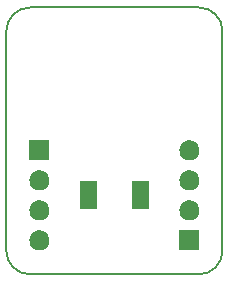
<source format=gbr>
G04 #@! TF.GenerationSoftware,KiCad,Pcbnew,5.0.1-33cea8e~68~ubuntu18.10.1*
G04 #@! TF.CreationDate,2018-12-01T22:16:55+02:00*
G04 #@! TF.ProjectId,BRK-MSOP-8-3x3-P0.65,42524B2D4D534F502D382D3378332D50,v1.0*
G04 #@! TF.SameCoordinates,Original*
G04 #@! TF.FileFunction,Soldermask,Top*
G04 #@! TF.FilePolarity,Negative*
%FSLAX46Y46*%
G04 Gerber Fmt 4.6, Leading zero omitted, Abs format (unit mm)*
G04 Created by KiCad (PCBNEW 5.0.1-33cea8e~68~ubuntu18.10.1) date la  1. joulukuuta 2018 22.16.55*
%MOMM*%
%LPD*%
G01*
G04 APERTURE LIST*
%ADD10C,0.150000*%
%ADD11C,0.100000*%
G04 APERTURE END LIST*
D10*
X52000000Y-70600000D02*
G75*
G02X50000000Y-68600000I0J2000000D01*
G01*
X68300000Y-68600000D02*
G75*
G02X66300000Y-70600000I-2000000J0D01*
G01*
X66300000Y-48000000D02*
G75*
G02X68300000Y-50000000I0J-2000000D01*
G01*
X50000000Y-50000000D02*
G75*
G02X52000000Y-48000000I2000000J0D01*
G01*
X66300000Y-70600000D02*
X52000000Y-70600000D01*
X68300000Y-50000000D02*
X68300000Y-68600000D01*
X52000000Y-48000000D02*
X66300000Y-48000000D01*
X50000000Y-68600000D02*
X50000000Y-50000000D01*
D11*
G36*
X52966627Y-66882299D02*
X53057088Y-66909740D01*
X53126855Y-66930903D01*
X53180712Y-66959691D01*
X53274517Y-67009830D01*
X53403948Y-67116052D01*
X53510170Y-67245483D01*
X53560309Y-67339288D01*
X53589097Y-67393145D01*
X53589097Y-67393146D01*
X53637701Y-67553373D01*
X53654113Y-67720000D01*
X53637701Y-67886627D01*
X53637700Y-67886629D01*
X53589097Y-68046855D01*
X53560309Y-68100712D01*
X53510170Y-68194517D01*
X53403948Y-68323948D01*
X53274517Y-68430170D01*
X53180712Y-68480309D01*
X53126855Y-68509097D01*
X53057088Y-68530260D01*
X52966627Y-68557701D01*
X52841757Y-68570000D01*
X52758243Y-68570000D01*
X52633373Y-68557701D01*
X52542912Y-68530260D01*
X52473145Y-68509097D01*
X52419288Y-68480309D01*
X52325483Y-68430170D01*
X52196052Y-68323948D01*
X52089830Y-68194517D01*
X52039691Y-68100712D01*
X52010903Y-68046855D01*
X51962300Y-67886629D01*
X51962299Y-67886627D01*
X51945887Y-67720000D01*
X51962299Y-67553373D01*
X52010903Y-67393146D01*
X52010903Y-67393145D01*
X52039691Y-67339288D01*
X52089830Y-67245483D01*
X52196052Y-67116052D01*
X52325483Y-67009830D01*
X52419288Y-66959691D01*
X52473145Y-66930903D01*
X52542912Y-66909740D01*
X52633373Y-66882299D01*
X52758243Y-66870000D01*
X52841757Y-66870000D01*
X52966627Y-66882299D01*
X52966627Y-66882299D01*
G37*
G36*
X66350000Y-68570000D02*
X64650000Y-68570000D01*
X64650000Y-66870000D01*
X66350000Y-66870000D01*
X66350000Y-68570000D01*
X66350000Y-68570000D01*
G37*
G36*
X52966627Y-64342299D02*
X53057088Y-64369740D01*
X53126855Y-64390903D01*
X53180712Y-64419691D01*
X53274517Y-64469830D01*
X53403948Y-64576052D01*
X53510170Y-64705483D01*
X53560309Y-64799288D01*
X53589097Y-64853145D01*
X53589097Y-64853146D01*
X53637701Y-65013373D01*
X53654113Y-65180000D01*
X53637701Y-65346627D01*
X53637700Y-65346629D01*
X53589097Y-65506855D01*
X53560309Y-65560712D01*
X53510170Y-65654517D01*
X53403948Y-65783948D01*
X53274517Y-65890170D01*
X53180712Y-65940309D01*
X53126855Y-65969097D01*
X53057088Y-65990260D01*
X52966627Y-66017701D01*
X52841757Y-66030000D01*
X52758243Y-66030000D01*
X52633373Y-66017701D01*
X52542912Y-65990260D01*
X52473145Y-65969097D01*
X52419288Y-65940309D01*
X52325483Y-65890170D01*
X52196052Y-65783948D01*
X52089830Y-65654517D01*
X52039691Y-65560712D01*
X52010903Y-65506855D01*
X51962300Y-65346629D01*
X51962299Y-65346627D01*
X51945887Y-65180000D01*
X51962299Y-65013373D01*
X52010903Y-64853146D01*
X52010903Y-64853145D01*
X52039691Y-64799288D01*
X52089830Y-64705483D01*
X52196052Y-64576052D01*
X52325483Y-64469830D01*
X52419288Y-64419691D01*
X52473145Y-64390903D01*
X52542912Y-64369740D01*
X52633373Y-64342299D01*
X52758243Y-64330000D01*
X52841757Y-64330000D01*
X52966627Y-64342299D01*
X52966627Y-64342299D01*
G37*
G36*
X65666627Y-64342299D02*
X65757088Y-64369740D01*
X65826855Y-64390903D01*
X65880712Y-64419691D01*
X65974517Y-64469830D01*
X66103948Y-64576052D01*
X66210170Y-64705483D01*
X66260309Y-64799288D01*
X66289097Y-64853145D01*
X66289097Y-64853146D01*
X66337701Y-65013373D01*
X66354113Y-65180000D01*
X66337701Y-65346627D01*
X66337700Y-65346629D01*
X66289097Y-65506855D01*
X66260309Y-65560712D01*
X66210170Y-65654517D01*
X66103948Y-65783948D01*
X65974517Y-65890170D01*
X65880712Y-65940309D01*
X65826855Y-65969097D01*
X65757088Y-65990260D01*
X65666627Y-66017701D01*
X65541757Y-66030000D01*
X65458243Y-66030000D01*
X65333373Y-66017701D01*
X65242912Y-65990260D01*
X65173145Y-65969097D01*
X65119288Y-65940309D01*
X65025483Y-65890170D01*
X64896052Y-65783948D01*
X64789830Y-65654517D01*
X64739691Y-65560712D01*
X64710903Y-65506855D01*
X64662300Y-65346629D01*
X64662299Y-65346627D01*
X64645887Y-65180000D01*
X64662299Y-65013373D01*
X64710903Y-64853146D01*
X64710903Y-64853145D01*
X64739691Y-64799288D01*
X64789830Y-64705483D01*
X64896052Y-64576052D01*
X65025483Y-64469830D01*
X65119288Y-64419691D01*
X65173145Y-64390903D01*
X65242912Y-64369740D01*
X65333373Y-64342299D01*
X65458243Y-64330000D01*
X65541757Y-64330000D01*
X65666627Y-64342299D01*
X65666627Y-64342299D01*
G37*
G36*
X62075000Y-65070000D02*
X60625000Y-65070000D01*
X60625000Y-62670000D01*
X62075000Y-62670000D01*
X62075000Y-65070000D01*
X62075000Y-65070000D01*
G37*
G36*
X57675000Y-65070000D02*
X56225000Y-65070000D01*
X56225000Y-62670000D01*
X57675000Y-62670000D01*
X57675000Y-65070000D01*
X57675000Y-65070000D01*
G37*
G36*
X65666627Y-61802299D02*
X65757088Y-61829740D01*
X65826855Y-61850903D01*
X65880712Y-61879691D01*
X65974517Y-61929830D01*
X66103948Y-62036052D01*
X66210170Y-62165483D01*
X66260309Y-62259288D01*
X66289097Y-62313145D01*
X66289097Y-62313146D01*
X66337701Y-62473373D01*
X66354113Y-62640000D01*
X66337701Y-62806627D01*
X66337700Y-62806629D01*
X66289097Y-62966855D01*
X66260309Y-63020712D01*
X66210170Y-63114517D01*
X66103948Y-63243948D01*
X65974517Y-63350170D01*
X65880712Y-63400309D01*
X65826855Y-63429097D01*
X65757088Y-63450260D01*
X65666627Y-63477701D01*
X65541757Y-63490000D01*
X65458243Y-63490000D01*
X65333373Y-63477701D01*
X65242912Y-63450260D01*
X65173145Y-63429097D01*
X65119288Y-63400309D01*
X65025483Y-63350170D01*
X64896052Y-63243948D01*
X64789830Y-63114517D01*
X64739691Y-63020712D01*
X64710903Y-62966855D01*
X64662300Y-62806629D01*
X64662299Y-62806627D01*
X64645887Y-62640000D01*
X64662299Y-62473373D01*
X64710903Y-62313146D01*
X64710903Y-62313145D01*
X64739691Y-62259288D01*
X64789830Y-62165483D01*
X64896052Y-62036052D01*
X65025483Y-61929830D01*
X65119288Y-61879691D01*
X65173145Y-61850903D01*
X65242912Y-61829740D01*
X65333373Y-61802299D01*
X65458243Y-61790000D01*
X65541757Y-61790000D01*
X65666627Y-61802299D01*
X65666627Y-61802299D01*
G37*
G36*
X52966627Y-61802299D02*
X53057088Y-61829740D01*
X53126855Y-61850903D01*
X53180712Y-61879691D01*
X53274517Y-61929830D01*
X53403948Y-62036052D01*
X53510170Y-62165483D01*
X53560309Y-62259288D01*
X53589097Y-62313145D01*
X53589097Y-62313146D01*
X53637701Y-62473373D01*
X53654113Y-62640000D01*
X53637701Y-62806627D01*
X53637700Y-62806629D01*
X53589097Y-62966855D01*
X53560309Y-63020712D01*
X53510170Y-63114517D01*
X53403948Y-63243948D01*
X53274517Y-63350170D01*
X53180712Y-63400309D01*
X53126855Y-63429097D01*
X53057088Y-63450260D01*
X52966627Y-63477701D01*
X52841757Y-63490000D01*
X52758243Y-63490000D01*
X52633373Y-63477701D01*
X52542912Y-63450260D01*
X52473145Y-63429097D01*
X52419288Y-63400309D01*
X52325483Y-63350170D01*
X52196052Y-63243948D01*
X52089830Y-63114517D01*
X52039691Y-63020712D01*
X52010903Y-62966855D01*
X51962300Y-62806629D01*
X51962299Y-62806627D01*
X51945887Y-62640000D01*
X51962299Y-62473373D01*
X52010903Y-62313146D01*
X52010903Y-62313145D01*
X52039691Y-62259288D01*
X52089830Y-62165483D01*
X52196052Y-62036052D01*
X52325483Y-61929830D01*
X52419288Y-61879691D01*
X52473145Y-61850903D01*
X52542912Y-61829740D01*
X52633373Y-61802299D01*
X52758243Y-61790000D01*
X52841757Y-61790000D01*
X52966627Y-61802299D01*
X52966627Y-61802299D01*
G37*
G36*
X53650000Y-60950000D02*
X51950000Y-60950000D01*
X51950000Y-59250000D01*
X53650000Y-59250000D01*
X53650000Y-60950000D01*
X53650000Y-60950000D01*
G37*
G36*
X65666627Y-59262299D02*
X65757088Y-59289740D01*
X65826855Y-59310903D01*
X65880712Y-59339691D01*
X65974517Y-59389830D01*
X66103948Y-59496052D01*
X66210170Y-59625483D01*
X66260309Y-59719288D01*
X66289097Y-59773145D01*
X66289097Y-59773146D01*
X66337701Y-59933373D01*
X66354113Y-60100000D01*
X66337701Y-60266627D01*
X66337700Y-60266629D01*
X66289097Y-60426855D01*
X66260309Y-60480712D01*
X66210170Y-60574517D01*
X66103948Y-60703948D01*
X65974517Y-60810170D01*
X65880712Y-60860309D01*
X65826855Y-60889097D01*
X65757088Y-60910260D01*
X65666627Y-60937701D01*
X65541757Y-60950000D01*
X65458243Y-60950000D01*
X65333373Y-60937701D01*
X65242912Y-60910260D01*
X65173145Y-60889097D01*
X65119288Y-60860309D01*
X65025483Y-60810170D01*
X64896052Y-60703948D01*
X64789830Y-60574517D01*
X64739691Y-60480712D01*
X64710903Y-60426855D01*
X64662300Y-60266629D01*
X64662299Y-60266627D01*
X64645887Y-60100000D01*
X64662299Y-59933373D01*
X64710903Y-59773146D01*
X64710903Y-59773145D01*
X64739691Y-59719288D01*
X64789830Y-59625483D01*
X64896052Y-59496052D01*
X65025483Y-59389830D01*
X65119288Y-59339691D01*
X65173145Y-59310903D01*
X65242912Y-59289740D01*
X65333373Y-59262299D01*
X65458243Y-59250000D01*
X65541757Y-59250000D01*
X65666627Y-59262299D01*
X65666627Y-59262299D01*
G37*
M02*

</source>
